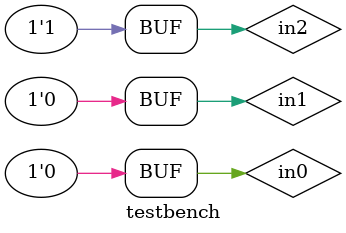
<source format=v>
`timescale 1 ns/1 ns

module testbench();
reg		in0, in1, in2;
wire	a, b, c, d, e, f, g, h;

decoder EX209_instance( 
			.in0(in0), 
			.in1(in1), 
			.in2(in2), 
			.a(a), 
			.b(b), 
			.c(c), 
			.d(d), 
			.e(e), 
			.f(f), 
			.g(g), 
			.h(h)     );
		
initial
begin

 in0 =  1'b0;
 in1 =  1'b0;
 in2 =  1'b0;
 
 #20;
 in0 =  1'b1;
 in1 =  1'b0;
 in2 =  1'b1;
 
 #20;			
 in0 =  1'b1;
 in1 =  1'b1;
 in2 =  1'b1;
 
 #20;			
 in0 =  1'b0;
 in1 =  1'b0;
 in2 =  1'b1;
  
 
end
endmodule

</source>
